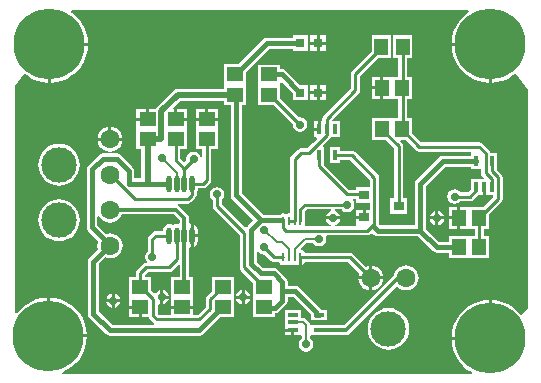
<source format=gtl>
G04*
G04 #@! TF.GenerationSoftware,Altium Limited,Altium Designer,19.1.8 (144)*
G04*
G04 Layer_Physical_Order=1*
G04 Layer_Color=255*
%FSLAX25Y25*%
%MOIN*%
G70*
G01*
G75*
%ADD12C,0.00787*%
%ADD13C,0.01000*%
%ADD16R,0.03347X0.01378*%
%ADD17R,0.04724X0.05315*%
%ADD18R,0.01378X0.03347*%
%ADD19R,0.05512X0.04724*%
%ADD20R,0.01575X0.03347*%
%ADD21R,0.05315X0.04724*%
%ADD22O,0.01772X0.05709*%
%ADD23R,0.05315X0.04528*%
%ADD24R,0.03150X0.03150*%
%ADD25R,0.04528X0.05512*%
%ADD26R,0.04724X0.05512*%
%ADD27R,0.03543X0.03150*%
%ADD28O,0.00984X0.02953*%
%ADD46C,0.01181*%
%ADD47C,0.01575*%
%ADD48C,0.01968*%
%ADD49C,0.06299*%
%ADD50C,0.11811*%
%ADD51C,0.02756*%
%ADD52C,0.23622*%
G36*
X164246Y124424D02*
X164500Y124107D01*
X164405Y123575D01*
X164100Y123389D01*
X162567Y122079D01*
X161257Y120545D01*
X160204Y118826D01*
X159432Y116963D01*
X158961Y115002D01*
X158842Y113492D01*
X171653D01*
Y112992D01*
X172153D01*
Y100181D01*
X173664Y100300D01*
X175625Y100770D01*
X177488Y101542D01*
X179207Y102596D01*
X179858Y103152D01*
X180355Y103096D01*
X184252Y97890D01*
Y25110D01*
X182467Y22725D01*
X181855Y22742D01*
X180740Y24047D01*
X179207Y25357D01*
X177488Y26411D01*
X175625Y27182D01*
X173664Y27653D01*
X172153Y27772D01*
Y14961D01*
X171653D01*
Y14461D01*
X158842D01*
X158961Y12950D01*
X159432Y10990D01*
X160204Y9127D01*
X161257Y7407D01*
X162567Y5874D01*
X164100Y4564D01*
X165639Y3621D01*
X165498Y3121D01*
X29066D01*
X28993Y3239D01*
X29191Y3862D01*
X30244Y4298D01*
X31963Y5352D01*
X33496Y6661D01*
X34806Y8195D01*
X35859Y9914D01*
X36631Y11777D01*
X37102Y13738D01*
X37221Y15248D01*
X24409D01*
Y15748D01*
X23910D01*
Y28559D01*
X22399Y28440D01*
X20438Y27970D01*
X18575Y27198D01*
X16856Y26144D01*
X15323Y24835D01*
X14157Y23470D01*
X13609Y23468D01*
X13386Y23715D01*
X13386Y99213D01*
X16219Y102997D01*
X16716Y103052D01*
X17250Y102596D01*
X18969Y101542D01*
X20832Y100770D01*
X22793Y100300D01*
X24303Y100181D01*
Y112992D01*
X24803D01*
Y113492D01*
X37614D01*
X37496Y115002D01*
X37025Y116963D01*
X36253Y118826D01*
X35199Y120545D01*
X33890Y122079D01*
X32357Y123389D01*
X32075Y123561D01*
X31987Y124043D01*
X32289Y124424D01*
X164246Y124424D01*
D02*
G37*
%LPC*%
G36*
X111039Y115961D02*
X105890D01*
Y115208D01*
X97244D01*
X97244Y115208D01*
X96547Y115069D01*
X95955Y114674D01*
X95955Y114674D01*
X87596Y106315D01*
X82957D01*
Y99925D01*
X82957Y99787D01*
Y99425D01*
X82957Y99287D01*
Y98086D01*
X67475D01*
X66701Y97932D01*
X66044Y97494D01*
X60676Y92125D01*
X60237Y91469D01*
X60214Y91354D01*
X57980D01*
Y87992D01*
X57480D01*
Y87492D01*
X53724D01*
Y84630D01*
Y77937D01*
X55457D01*
Y68358D01*
X53004D01*
Y70866D01*
X52865Y71564D01*
X52470Y72155D01*
X52470Y72155D01*
X48533Y76092D01*
X47941Y76487D01*
X47244Y76626D01*
X47244Y76626D01*
X45082D01*
X45049Y77126D01*
X45347Y77165D01*
X46044Y77257D01*
X47053Y77675D01*
X47920Y78340D01*
X48585Y79207D01*
X49003Y80216D01*
X49080Y80799D01*
X44961D01*
X40841D01*
X40918Y80216D01*
X41336Y79207D01*
X42001Y78340D01*
X42868Y77675D01*
X43877Y77257D01*
X44575Y77165D01*
X44872Y77126D01*
X44839Y76626D01*
X42520D01*
X41822Y76487D01*
X41231Y76092D01*
X41231Y76092D01*
X37688Y72549D01*
X37293Y71957D01*
X37154Y71260D01*
X37154Y71260D01*
Y51969D01*
X37154Y51968D01*
X37293Y51271D01*
X37688Y50680D01*
X41064Y47303D01*
X40918Y46949D01*
X40775Y45866D01*
X40918Y44783D01*
X40949Y44708D01*
X38081Y41840D01*
X37686Y41249D01*
X37548Y40551D01*
X37548Y40551D01*
Y23228D01*
X37548Y23228D01*
X37686Y22531D01*
X38081Y21940D01*
X43593Y16428D01*
X43593Y16428D01*
X44184Y16033D01*
X44882Y15894D01*
X74803D01*
X74803Y15894D01*
X75501Y16033D01*
X76092Y16428D01*
X81695Y22031D01*
X86335D01*
Y28725D01*
Y35449D01*
X79020D01*
Y30789D01*
X77265Y29034D01*
X76933Y28538D01*
X76817Y27953D01*
Y25437D01*
X74170Y22789D01*
X72555D01*
Y24894D01*
X68898D01*
X65240D01*
Y22789D01*
X61263D01*
X60978Y23074D01*
Y26144D01*
X61478Y26460D01*
X61705Y26415D01*
Y28740D01*
Y31065D01*
X61277Y30980D01*
X60490Y30455D01*
X60221Y30051D01*
X59577Y29987D01*
X58776Y30789D01*
Y35449D01*
X56648D01*
Y35981D01*
X57720Y37053D01*
X64567D01*
X65152Y37170D01*
X65648Y37501D01*
X67700Y39553D01*
X68162Y39361D01*
Y35449D01*
X65240D01*
Y28725D01*
Y25894D01*
X68898D01*
X72555D01*
Y28725D01*
Y35449D01*
X71405D01*
Y45047D01*
X71843Y45363D01*
Y49213D01*
Y53062D01*
X71405Y53378D01*
Y55020D01*
X71282Y55640D01*
X70930Y56166D01*
X68076Y59021D01*
X67550Y59372D01*
X67471Y59388D01*
X67520Y59888D01*
X70866D01*
X71451Y60004D01*
X71948Y60336D01*
X73424Y61812D01*
X73756Y62309D01*
X73872Y62894D01*
Y63462D01*
X74119Y63831D01*
X74265Y64567D01*
Y65006D01*
X75984D01*
X76570Y65122D01*
X77066Y65454D01*
X78247Y66635D01*
X78578Y67131D01*
X78695Y67716D01*
Y77937D01*
X80823D01*
Y84630D01*
Y87492D01*
X73508D01*
Y84630D01*
Y77937D01*
X75636D01*
Y75472D01*
X75136Y75423D01*
X75075Y75731D01*
X74549Y76518D01*
X73763Y77043D01*
X72835Y77228D01*
X71907Y77043D01*
X71120Y76518D01*
X70595Y75731D01*
X70410Y74803D01*
X70486Y74421D01*
X69783Y73718D01*
X68458Y75043D01*
Y77937D01*
X70587D01*
Y84630D01*
Y87492D01*
X66929D01*
Y87992D01*
X66429D01*
Y91354D01*
X66281D01*
X66089Y91816D01*
X68313Y94040D01*
X82957D01*
Y92898D01*
X85185D01*
Y62599D01*
X85185Y62598D01*
X85324Y61901D01*
X85719Y61310D01*
X92698Y54331D01*
X90837Y52470D01*
X90568Y52066D01*
X89984Y51943D01*
X82238Y59689D01*
Y61154D01*
X82423Y61278D01*
X82949Y62064D01*
X83133Y62992D01*
X82949Y63920D01*
X82423Y64706D01*
X81637Y65232D01*
X80709Y65417D01*
X79781Y65232D01*
X78994Y64706D01*
X78469Y63920D01*
X78284Y62992D01*
X78469Y62064D01*
X78994Y61278D01*
X79179Y61154D01*
Y59055D01*
X79296Y58470D01*
X79627Y57974D01*
X88234Y49367D01*
Y38583D01*
X88351Y37997D01*
X88682Y37501D01*
X92799Y33384D01*
Y28724D01*
Y22031D01*
X100114D01*
Y23397D01*
X100697Y23513D01*
X101289Y23908D01*
X103651Y26270D01*
X103651Y26270D01*
X104046Y26862D01*
X104185Y27559D01*
X104185Y27559D01*
Y28886D01*
X105938D01*
X111859Y22966D01*
Y22933D01*
X111859Y22933D01*
X111894Y22757D01*
Y21146D01*
X113109D01*
X113779Y21012D01*
X113780Y21012D01*
X114567D01*
X115238Y21146D01*
X117240D01*
Y24524D01*
X115294D01*
X114970Y25009D01*
X114970Y25009D01*
X107982Y31997D01*
X107390Y32392D01*
X106693Y32531D01*
X106693Y32531D01*
X104185D01*
Y33858D01*
X104185Y33858D01*
X104046Y34556D01*
X103651Y35147D01*
X103651Y35147D01*
X100895Y37903D01*
X100304Y38298D01*
X99606Y38437D01*
X99606Y38437D01*
X96030D01*
X93948Y40519D01*
Y43849D01*
X94448Y44001D01*
X94742Y43561D01*
X95529Y43036D01*
X96457Y42851D01*
X96675Y42895D01*
X98722Y40848D01*
X99218Y40516D01*
X99803Y40400D01*
X101146D01*
X101154Y40363D01*
X101483Y39869D01*
X101977Y39539D01*
X102559Y39423D01*
X103141Y39539D01*
X103543Y39808D01*
X103945Y39539D01*
X104527Y39423D01*
X105110Y39539D01*
X105512Y39808D01*
X105914Y39539D01*
X106496Y39423D01*
X107078Y39539D01*
X107480Y39808D01*
X107882Y39539D01*
X107965Y39523D01*
Y40678D01*
X108018Y40945D01*
Y41929D01*
X108965D01*
Y39523D01*
X109047Y39539D01*
X109540Y39869D01*
X109870Y40363D01*
X109877Y40400D01*
X124366D01*
X128057Y36709D01*
X127847Y36201D01*
X127770Y35618D01*
X131390D01*
Y39238D01*
X130807Y39161D01*
X130187Y38905D01*
X126082Y43011D01*
X125585Y43342D01*
X125000Y43459D01*
X109877D01*
X109870Y43496D01*
X109540Y43989D01*
X109047Y44319D01*
X108880Y44352D01*
X108715Y44895D01*
X110431Y46611D01*
X112656D01*
X112853Y46317D01*
X113639Y45792D01*
X114567Y45607D01*
X115495Y45792D01*
X116281Y46317D01*
X116807Y47104D01*
X116991Y48031D01*
X116847Y48758D01*
X117163Y49258D01*
X130709D01*
X131294Y49374D01*
X131790Y49706D01*
X132273Y50189D01*
X132963Y49499D01*
X132963Y49499D01*
X133555Y49104D01*
X134252Y48965D01*
X147670D01*
X152648Y43987D01*
X152648Y43987D01*
X153240Y43592D01*
X153937Y43453D01*
X153937Y43453D01*
X157858D01*
Y41618D01*
X171276D01*
Y48933D01*
X169640D01*
Y51461D01*
X171276D01*
Y56121D01*
X175400Y60245D01*
X175732Y60742D01*
X175848Y61327D01*
Y68594D01*
X175732Y69180D01*
X175400Y69676D01*
X174105Y70971D01*
X174031Y71441D01*
X174031D01*
Y76787D01*
X171677D01*
X171582Y77266D01*
X171251Y77763D01*
X169192Y79822D01*
X168695Y80153D01*
X168110Y80270D01*
X148665D01*
X145685Y83249D01*
Y88303D01*
X144049D01*
Y94669D01*
X145685D01*
Y102181D01*
X144049D01*
Y108449D01*
X145783D01*
Y115961D01*
X139256D01*
Y108449D01*
X140990D01*
Y102181D01*
X136130D01*
Y98425D01*
Y94669D01*
X140990D01*
Y88303D01*
X132268D01*
Y80988D01*
X136928D01*
X139612Y78303D01*
Y61630D01*
X138370D01*
Y56480D01*
X143913D01*
Y61630D01*
X142671D01*
Y78937D01*
X142555Y79522D01*
X142223Y80018D01*
X141715Y80526D01*
X141907Y80988D01*
X143621D01*
X146950Y77659D01*
X147446Y77327D01*
X148031Y77211D01*
X165154D01*
X165339Y76787D01*
X165339D01*
Y75838D01*
X155906D01*
X155905Y75838D01*
X155208Y75700D01*
X154617Y75304D01*
X154617Y75304D01*
X147137Y67824D01*
X146741Y67233D01*
X146603Y66535D01*
X146603Y66535D01*
Y52610D01*
X135007D01*
X134578Y53039D01*
X134600Y53150D01*
Y68504D01*
X134484Y69089D01*
X134152Y69585D01*
X126672Y77066D01*
X126176Y77397D01*
X125591Y77514D01*
X121571D01*
Y78658D01*
X118193D01*
Y76172D01*
X118156Y75984D01*
X118193Y75797D01*
Y73311D01*
X121571D01*
Y74455D01*
X124957D01*
X131542Y67870D01*
Y65370D01*
X126953D01*
Y64521D01*
X124649D01*
X116360Y72811D01*
X116453Y73311D01*
X116453D01*
Y78658D01*
X116119D01*
X115928Y79119D01*
X118404Y81596D01*
X118656Y81972D01*
X121571D01*
Y87319D01*
X119323D01*
X119116Y87819D01*
X127853Y96556D01*
X128185Y97053D01*
X128301Y97638D01*
Y102516D01*
X134234Y108449D01*
X138697D01*
Y115961D01*
X132169D01*
Y110710D01*
X125690Y104231D01*
X125359Y103735D01*
X125242Y103150D01*
Y98271D01*
X116241Y89270D01*
X115910Y88774D01*
X115793Y88189D01*
Y87319D01*
X115264D01*
Y84646D01*
X114764D01*
Y84146D01*
X113075D01*
Y81972D01*
X113802D01*
X113993Y81511D01*
X112608Y80125D01*
X112460Y80026D01*
X110784Y78350D01*
X108710D01*
X108125Y78234D01*
X107629Y77902D01*
X105415Y75688D01*
X105083Y75192D01*
X104967Y74606D01*
Y56946D01*
X104580Y56629D01*
X104527Y56639D01*
X103945Y56524D01*
X103543Y56255D01*
X103141Y56524D01*
X102559Y56639D01*
X101977Y56524D01*
X101483Y56194D01*
X101456Y56153D01*
X96030D01*
X88830Y63353D01*
Y92898D01*
X90272D01*
Y99287D01*
X90272Y99425D01*
Y99787D01*
X90272Y99925D01*
Y103836D01*
X97999Y111563D01*
X105890D01*
Y110811D01*
X111039D01*
Y115961D01*
D02*
G37*
G36*
X116945D02*
X114870D01*
Y113886D01*
X116945D01*
Y115961D01*
D02*
G37*
G36*
X113870D02*
X111795D01*
Y113886D01*
X113870D01*
Y115961D01*
D02*
G37*
G36*
X116945Y112886D02*
X114870D01*
Y110811D01*
X116945D01*
Y112886D01*
D02*
G37*
G36*
X113870D02*
X111795D01*
Y110811D01*
X113870D01*
Y112886D01*
D02*
G37*
G36*
X171153Y112492D02*
X158842D01*
X158961Y110982D01*
X159432Y109021D01*
X160204Y107158D01*
X161257Y105439D01*
X162567Y103905D01*
X164100Y102596D01*
X165820Y101542D01*
X167683Y100770D01*
X169643Y100300D01*
X171153Y100181D01*
Y112492D01*
D02*
G37*
G36*
X37614D02*
X25303D01*
Y100181D01*
X26813Y100300D01*
X28774Y100770D01*
X30637Y101542D01*
X32357Y102596D01*
X33890Y103905D01*
X35199Y105439D01*
X36253Y107158D01*
X37025Y109021D01*
X37496Y110982D01*
X37614Y112492D01*
D02*
G37*
G36*
X135130Y102181D02*
X132268D01*
Y98925D01*
X135130D01*
Y102181D01*
D02*
G37*
G36*
X116945Y99425D02*
X114870D01*
Y97350D01*
X116945D01*
Y99425D01*
D02*
G37*
G36*
X113870D02*
X111795D01*
Y97350D01*
X113870D01*
Y99425D01*
D02*
G37*
G36*
X135130Y97925D02*
X132268D01*
Y94669D01*
X135130D01*
Y97925D01*
D02*
G37*
G36*
X116945Y96350D02*
X114870D01*
Y94276D01*
X116945D01*
Y96350D01*
D02*
G37*
G36*
X113870D02*
X111795D01*
Y94276D01*
X113870D01*
Y96350D01*
D02*
G37*
G36*
X101689Y106217D02*
X94374D01*
Y99827D01*
X94374Y99689D01*
Y99327D01*
X94374Y99189D01*
Y92799D01*
X99526D01*
X105887Y86439D01*
X105843Y86221D01*
X106028Y85293D01*
X106553Y84506D01*
X107340Y83981D01*
X108268Y83796D01*
X109196Y83981D01*
X109982Y84506D01*
X110508Y85293D01*
X110692Y86221D01*
X110508Y87148D01*
X109982Y87935D01*
X109196Y88460D01*
X108268Y88645D01*
X108049Y88602D01*
X101689Y94962D01*
Y99189D01*
X101689Y99327D01*
Y99689D01*
X101689Y99827D01*
Y100198D01*
X102151Y100390D01*
X105890Y96651D01*
Y94276D01*
X111039D01*
Y99425D01*
X108270D01*
X103454Y104241D01*
X102863Y104636D01*
X102165Y104775D01*
X102165Y104775D01*
X101689D01*
Y106217D01*
D02*
G37*
G36*
X80823Y91354D02*
X77665D01*
Y88492D01*
X80823D01*
Y91354D01*
D02*
G37*
G36*
X76665D02*
X73508D01*
Y88492D01*
X76665D01*
Y91354D01*
D02*
G37*
G36*
X70587D02*
X67429D01*
Y88492D01*
X70587D01*
Y91354D01*
D02*
G37*
G36*
X56980D02*
X53724D01*
Y88492D01*
X56980D01*
Y91354D01*
D02*
G37*
G36*
X114264Y87319D02*
X113075D01*
Y85146D01*
X114264D01*
Y87319D01*
D02*
G37*
G36*
X45461Y85419D02*
Y81799D01*
X49080D01*
X49003Y82383D01*
X48585Y83392D01*
X47920Y84259D01*
X47053Y84924D01*
X46044Y85342D01*
X45461Y85419D01*
D02*
G37*
G36*
X44461D02*
X43877Y85342D01*
X42868Y84924D01*
X42001Y84259D01*
X41336Y83392D01*
X40918Y82383D01*
X40841Y81799D01*
X44461D01*
Y85419D01*
D02*
G37*
G36*
X27953Y79774D02*
X26599Y79640D01*
X25297Y79246D01*
X24098Y78604D01*
X23046Y77741D01*
X22183Y76690D01*
X21542Y75490D01*
X21147Y74189D01*
X21014Y72835D01*
X21147Y71481D01*
X21542Y70179D01*
X22183Y68980D01*
X23046Y67928D01*
X24098Y67065D01*
X25297Y66424D01*
X26599Y66029D01*
X27953Y65896D01*
X29307Y66029D01*
X30608Y66424D01*
X31808Y67065D01*
X32859Y67928D01*
X33722Y68980D01*
X34363Y70179D01*
X34758Y71481D01*
X34892Y72835D01*
X34758Y74189D01*
X34363Y75490D01*
X33722Y76690D01*
X32859Y77741D01*
X31808Y78604D01*
X30608Y79246D01*
X29307Y79640D01*
X27953Y79774D01*
D02*
G37*
G36*
X72843Y53004D02*
Y49712D01*
X74265D01*
Y51181D01*
X74119Y51917D01*
X73702Y52541D01*
X73078Y52957D01*
X72843Y53004D01*
D02*
G37*
G36*
X27953Y61270D02*
X26599Y61136D01*
X25297Y60742D01*
X24098Y60100D01*
X23046Y59237D01*
X22183Y58186D01*
X21542Y56986D01*
X21147Y55685D01*
X21014Y54331D01*
X21147Y52977D01*
X21542Y51675D01*
X22183Y50476D01*
X23046Y49424D01*
X24098Y48561D01*
X25297Y47920D01*
X26599Y47525D01*
X27953Y47392D01*
X29307Y47525D01*
X30608Y47920D01*
X31808Y48561D01*
X32859Y49424D01*
X33722Y50476D01*
X34363Y51675D01*
X34758Y52977D01*
X34892Y54331D01*
X34758Y55685D01*
X34363Y56986D01*
X33722Y58186D01*
X32859Y59237D01*
X31808Y60100D01*
X30608Y60742D01*
X29307Y61136D01*
X27953Y61270D01*
D02*
G37*
G36*
X74265Y48713D02*
X72843D01*
Y45421D01*
X73078Y45468D01*
X73702Y45884D01*
X74119Y46508D01*
X74265Y47244D01*
Y48713D01*
D02*
G37*
G36*
X132390Y39238D02*
Y35618D01*
X136009D01*
X135933Y36201D01*
X135514Y37211D01*
X134849Y38078D01*
X133983Y38743D01*
X132973Y39161D01*
X132390Y39238D01*
D02*
G37*
G36*
X136009Y34618D02*
X132390D01*
Y30999D01*
X132973Y31075D01*
X133983Y31493D01*
X134849Y32159D01*
X135514Y33026D01*
X135933Y34035D01*
X136009Y34618D01*
D02*
G37*
G36*
X131390D02*
X127770D01*
X127847Y34035D01*
X128265Y33026D01*
X128930Y32159D01*
X129797Y31493D01*
X130807Y31075D01*
X131390Y30999D01*
Y34618D01*
D02*
G37*
G36*
X143701Y39304D02*
X142618Y39161D01*
X141608Y38743D01*
X140741Y38078D01*
X140076Y37211D01*
X139658Y36201D01*
X139635Y36022D01*
X122950Y19338D01*
X117240D01*
Y19406D01*
X112144D01*
X111894Y19406D01*
X111562Y19768D01*
X111549Y19835D01*
X111241Y20296D01*
X110257Y21280D01*
X109796Y21588D01*
X109252Y21697D01*
X108579D01*
Y24524D01*
X103232D01*
Y21146D01*
Y18587D01*
Y18216D01*
X105905D01*
Y17717D01*
X106405D01*
Y16028D01*
X108579D01*
X108815Y15626D01*
Y14903D01*
X108522Y14706D01*
X107996Y13920D01*
X107812Y12992D01*
X107996Y12064D01*
X108522Y11278D01*
X109308Y10752D01*
X110236Y10568D01*
X111164Y10752D01*
X111951Y11278D01*
X112476Y12064D01*
X112661Y12992D01*
X112476Y13920D01*
X111951Y14706D01*
X111657Y14903D01*
Y15626D01*
X111894Y16028D01*
X112157Y16028D01*
X117240D01*
Y16095D01*
X123622D01*
X124243Y16218D01*
X124769Y16570D01*
X140381Y32182D01*
X140741Y32159D01*
X141608Y31493D01*
X142618Y31075D01*
X143701Y30933D01*
X144784Y31075D01*
X145794Y31493D01*
X146660Y32159D01*
X147326Y33026D01*
X147744Y34035D01*
X147886Y35118D01*
X147744Y36201D01*
X147326Y37211D01*
X146660Y38078D01*
X145794Y38743D01*
X144784Y39161D01*
X143701Y39304D01*
D02*
G37*
G36*
X89870Y31065D02*
Y29240D01*
X91695D01*
X91610Y29668D01*
X91084Y30455D01*
X90298Y30980D01*
X89870Y31065D01*
D02*
G37*
G36*
X88870D02*
X88442Y30980D01*
X87656Y30455D01*
X87130Y29668D01*
X87045Y29240D01*
X88870D01*
Y31065D01*
D02*
G37*
G36*
X62705D02*
Y29240D01*
X64530D01*
X64445Y29668D01*
X63919Y30455D01*
X63133Y30980D01*
X62705Y31065D01*
D02*
G37*
G36*
X91695Y28240D02*
X89870D01*
Y26415D01*
X90298Y26500D01*
X91084Y27026D01*
X91610Y27812D01*
X91695Y28240D01*
D02*
G37*
G36*
X88870D02*
X87045D01*
X87130Y27812D01*
X87656Y27026D01*
X88442Y26500D01*
X88870Y26415D01*
Y28240D01*
D02*
G37*
G36*
X64530D02*
X62705D01*
Y26415D01*
X63133Y26500D01*
X63919Y27026D01*
X64445Y27812D01*
X64530Y28240D01*
D02*
G37*
G36*
X24909Y28559D02*
Y16248D01*
X37221D01*
X37102Y17758D01*
X36631Y19719D01*
X35859Y21582D01*
X34806Y23301D01*
X33496Y24835D01*
X31963Y26144D01*
X30244Y27198D01*
X28381Y27970D01*
X26420Y28440D01*
X24909Y28559D01*
D02*
G37*
G36*
X105405Y17217D02*
X103232D01*
Y16028D01*
X105405D01*
Y17217D01*
D02*
G37*
G36*
X171153Y27772D02*
X169643Y27653D01*
X167683Y27182D01*
X165820Y26411D01*
X164100Y25357D01*
X162567Y24047D01*
X161257Y22514D01*
X160204Y20795D01*
X159432Y18932D01*
X158961Y16971D01*
X158842Y15461D01*
X171153D01*
Y27772D01*
D02*
G37*
G36*
X137795Y25049D02*
X136442Y24916D01*
X135140Y24521D01*
X133940Y23880D01*
X132889Y23017D01*
X132026Y21965D01*
X131385Y20766D01*
X130990Y19464D01*
X130856Y18110D01*
X130990Y16757D01*
X131385Y15455D01*
X132026Y14255D01*
X132889Y13204D01*
X133940Y12341D01*
X135140Y11700D01*
X136442Y11305D01*
X137795Y11171D01*
X139149Y11305D01*
X140451Y11700D01*
X141650Y12341D01*
X142702Y13204D01*
X143565Y14255D01*
X144206Y15455D01*
X144601Y16757D01*
X144734Y18110D01*
X144601Y19464D01*
X144206Y20766D01*
X143565Y21965D01*
X142702Y23017D01*
X141650Y23880D01*
X140451Y24521D01*
X139149Y24916D01*
X137795Y25049D01*
D02*
G37*
%LPD*%
G36*
X126953Y60220D02*
X131542D01*
Y57890D01*
X130224D01*
Y55315D01*
X129724D01*
Y54815D01*
X126953D01*
Y52740D01*
X126953D01*
X126768Y52317D01*
X119960D01*
X119911Y52817D01*
X120219Y52878D01*
X121006Y53404D01*
X121531Y54190D01*
X121616Y54618D01*
X116966D01*
X117051Y54190D01*
X117577Y53404D01*
X118363Y52878D01*
X118672Y52817D01*
X118623Y52317D01*
X110258D01*
X109920Y52817D01*
X109986Y53150D01*
Y54093D01*
X109994Y54134D01*
Y57437D01*
X110476Y57919D01*
X118623D01*
X118672Y57419D01*
X118363Y57358D01*
X117577Y56832D01*
X117051Y56046D01*
X116966Y55618D01*
X121616D01*
X121531Y56046D01*
X121006Y56832D01*
X120219Y57358D01*
X119911Y57419D01*
X119960Y57919D01*
X122178D01*
X122301Y57734D01*
X123088Y57209D01*
X124016Y57024D01*
X124944Y57209D01*
X125730Y57734D01*
X126256Y58521D01*
X126440Y59449D01*
X126256Y60377D01*
X125864Y60963D01*
X126113Y61463D01*
X126953D01*
Y60220D01*
D02*
G37*
G36*
X68162Y54348D02*
Y53378D01*
X67662Y53017D01*
X67224Y53104D01*
X66489Y52957D01*
X65945Y52594D01*
X65401Y52957D01*
X64665Y53104D01*
X63930Y52957D01*
X63306Y52541D01*
X62889Y51917D01*
X62743Y51181D01*
Y50742D01*
X60236D01*
X59651Y50626D01*
X59155Y50294D01*
X57974Y49113D01*
X57642Y48617D01*
X57526Y48031D01*
Y43964D01*
X57341Y43840D01*
X56815Y43054D01*
X56631Y42126D01*
X56815Y41198D01*
X57207Y40612D01*
X57151Y40382D01*
X56987Y40092D01*
X56501Y39996D01*
X56005Y39664D01*
X54037Y37696D01*
X53705Y37200D01*
X53589Y36614D01*
Y35449D01*
X51461D01*
Y28725D01*
Y25894D01*
X55118D01*
Y25394D01*
X55618D01*
Y22031D01*
X58001D01*
X58036Y21856D01*
X58367Y21360D01*
X59548Y20178D01*
X59757Y20039D01*
X59605Y19539D01*
X45637D01*
X41192Y23983D01*
Y39796D01*
X43412Y42016D01*
X43877Y41823D01*
X44961Y41681D01*
X46044Y41823D01*
X47053Y42242D01*
X47920Y42907D01*
X48585Y43773D01*
X49003Y44783D01*
X49146Y45866D01*
X49003Y46949D01*
X48585Y47959D01*
X47920Y48826D01*
X47053Y49491D01*
X46044Y49909D01*
X44961Y50052D01*
X43877Y49909D01*
X43690Y49832D01*
X40799Y52723D01*
Y55575D01*
X41299Y55674D01*
X41336Y55585D01*
X42001Y54718D01*
X42868Y54053D01*
X43877Y53635D01*
X44961Y53492D01*
X46044Y53635D01*
X47053Y54053D01*
X47920Y54718D01*
X48585Y55585D01*
X48862Y56252D01*
X66257D01*
X68162Y54348D01*
D02*
G37*
G36*
X165339Y71441D02*
X168640D01*
Y69988D01*
X168756Y69403D01*
X169088Y68907D01*
X169604Y68391D01*
X169412Y67929D01*
X165339D01*
Y64746D01*
X164327Y63734D01*
X161681D01*
X161557Y63919D01*
X160770Y64445D01*
X159843Y64629D01*
X158915Y64445D01*
X158128Y63919D01*
X157603Y63133D01*
X157418Y62205D01*
X157603Y61277D01*
X158128Y60490D01*
X158915Y59965D01*
X159843Y59780D01*
X160770Y59965D01*
X161557Y60490D01*
X161680Y60675D01*
X164961D01*
X165546Y60792D01*
X166042Y61123D01*
X167501Y62583D01*
X169185D01*
Y65256D01*
X170185D01*
Y62583D01*
X172790D01*
Y61960D01*
X169605Y58776D01*
X161721D01*
Y55118D01*
Y51461D01*
X166581D01*
Y48933D01*
X157858D01*
Y47098D01*
X154692D01*
X150248Y51542D01*
Y65781D01*
X156660Y72193D01*
X165339D01*
Y71441D01*
D02*
G37*
%LPC*%
G36*
X129224Y57890D02*
X126953D01*
Y55815D01*
X129224D01*
Y57890D01*
D02*
G37*
G36*
X46563Y29884D02*
Y28059D01*
X48388D01*
X48303Y28487D01*
X47777Y29274D01*
X46991Y29799D01*
X46563Y29884D01*
D02*
G37*
G36*
X45563D02*
X45135Y29799D01*
X44349Y29274D01*
X43823Y28487D01*
X43738Y28059D01*
X45563D01*
Y29884D01*
D02*
G37*
G36*
X48388Y27059D02*
X46563D01*
Y25234D01*
X46991Y25319D01*
X47777Y25845D01*
X48303Y26631D01*
X48388Y27059D01*
D02*
G37*
G36*
X45563D02*
X43738D01*
X43823Y26631D01*
X44349Y25845D01*
X45135Y25319D01*
X45563Y25234D01*
Y27059D01*
D02*
G37*
G36*
X54618Y24894D02*
X51461D01*
Y22031D01*
X54618D01*
Y24894D01*
D02*
G37*
G36*
X160721Y58776D02*
X157858D01*
Y55618D01*
X160721D01*
Y58776D01*
D02*
G37*
G36*
X154437Y57443D02*
Y55618D01*
X156262D01*
X156177Y56046D01*
X155651Y56832D01*
X154865Y57358D01*
X154437Y57443D01*
D02*
G37*
G36*
X153437D02*
X153009Y57358D01*
X152223Y56832D01*
X151697Y56046D01*
X151612Y55618D01*
X153437D01*
Y57443D01*
D02*
G37*
G36*
X156262Y54618D02*
X154437D01*
Y52793D01*
X154865Y52878D01*
X155651Y53404D01*
X156177Y54190D01*
X156262Y54618D01*
D02*
G37*
G36*
X153437D02*
X151612D01*
X151697Y54190D01*
X152223Y53404D01*
X153009Y52878D01*
X153437Y52793D01*
Y54618D01*
D02*
G37*
G36*
X160721Y54618D02*
X157858D01*
Y51461D01*
X160721D01*
Y54618D01*
D02*
G37*
%LPD*%
D12*
X110236Y12992D02*
Y19291D01*
X109252Y20276D02*
X110236Y19291D01*
X105905Y20276D02*
X109252D01*
X109843Y48031D02*
X114567D01*
X106496Y44685D02*
X109843Y48031D01*
X106496Y41929D02*
Y44685D01*
X96457Y51181D02*
X100681Y46957D01*
X102271D01*
X62205Y75197D02*
X67224Y70177D01*
Y66536D02*
Y70177D01*
X102271Y46957D02*
X104527Y44700D01*
Y41929D02*
Y44700D01*
D13*
X108465Y41929D02*
X125000D01*
X130709Y50787D02*
X133071Y53150D01*
X117323Y84646D02*
Y88189D01*
X126772Y97638D01*
X108710Y76821D02*
X111417D01*
X106496Y74606D02*
X108710Y76821D01*
X106496Y54134D02*
Y74606D01*
X119882Y75984D02*
X125591D01*
X119685D02*
X119882D01*
X114567Y73327D02*
Y75984D01*
X124016Y62992D02*
X129921D01*
X114567Y72441D02*
Y73327D01*
X111417Y76821D02*
X113542Y78945D01*
X113591D01*
X117323Y82677D02*
Y84646D01*
X113591Y78945D02*
X117323Y82677D01*
X114567Y72441D02*
X124016Y62992D01*
X170169Y69988D02*
Y76681D01*
X172244Y70669D02*
X174319Y68594D01*
X172244Y70669D02*
Y74114D01*
X168110Y78740D02*
X170169Y76681D01*
X164961Y62205D02*
X167126Y64370D01*
X174319Y61327D02*
Y68594D01*
X172244Y65256D02*
Y67913D01*
X170169Y69988D02*
X172244Y67913D01*
X148031Y78740D02*
X168110D01*
X125591Y75984D02*
X133071Y68504D01*
Y53150D02*
Y68504D01*
X103543Y50787D02*
X130709D01*
X102559Y51772D02*
X103543Y50787D01*
X102559Y51772D02*
Y54134D01*
X108465D02*
Y58071D01*
X109843Y59449D01*
X80709Y59055D02*
X89764Y50000D01*
Y38583D02*
Y50000D01*
X96457Y45276D02*
X99803Y41929D01*
X142520Y84252D02*
Y112598D01*
X168110Y45276D02*
Y55118D01*
X174319Y61327D01*
X142520Y84252D02*
X148031Y78740D01*
X126772Y103150D02*
X135433Y111811D01*
X126772Y97638D02*
Y103150D01*
X60630Y21260D02*
X74803D01*
X59449Y22441D02*
X60630Y21260D01*
X74803D02*
X78347Y24803D01*
X55118Y32283D02*
X59449Y27953D01*
X67323Y41339D02*
Y49213D01*
X109843Y59449D02*
X124016D01*
X141142Y59055D02*
Y78937D01*
X135433Y84646D02*
X141142Y78937D01*
X125000Y41929D02*
X131890Y35039D01*
X69783Y71555D02*
X72835Y74606D01*
X44882Y69685D02*
X53150Y61417D01*
X77165Y67716D02*
Y81102D01*
X75984Y66536D02*
X77165Y67716D01*
X72343Y66536D02*
X75984D01*
X66929Y74410D02*
X69783Y71555D01*
X66929Y74410D02*
Y81102D01*
X80709Y59055D02*
Y62992D01*
X69783Y66536D02*
Y71555D01*
X70866Y61417D02*
X72343Y62894D01*
Y66536D01*
X53150Y61417D02*
X70866D01*
X78347Y27953D02*
X82480Y32087D01*
X78347Y24803D02*
Y27953D01*
X59449Y22441D02*
Y27953D01*
X82480Y32087D02*
X82677D01*
X55118Y32283D02*
Y36614D01*
Y32087D02*
Y32283D01*
X55118Y32283D02*
X55118Y32283D01*
X64567Y38583D02*
X67323Y41339D01*
X57087Y38583D02*
X64567D01*
X55118Y36614D02*
X57087Y38583D01*
X64665Y49213D02*
X64665Y49213D01*
X60236Y49213D02*
X64665D01*
X59055Y48031D02*
X60236Y49213D01*
X59055Y42126D02*
Y48031D01*
X99803Y41929D02*
X102559D01*
X89764Y38583D02*
X96260Y32087D01*
X167126Y64370D02*
Y65256D01*
X159843Y62205D02*
X164961D01*
X98425Y96063D02*
X108268Y86221D01*
X104606Y54134D02*
X106417D01*
X135433Y111811D02*
Y112205D01*
X135630Y98425D02*
X136024D01*
D16*
X114567Y22835D02*
D03*
Y17717D02*
D03*
X105905D02*
D03*
Y20276D02*
D03*
Y22835D02*
D03*
D17*
X161221Y45276D02*
D03*
X167913D02*
D03*
X167913Y55118D02*
D03*
X161221D02*
D03*
X142323Y84646D02*
D03*
X135630D02*
D03*
D18*
X119882Y75984D02*
D03*
X114764D02*
D03*
Y84646D02*
D03*
X117323D02*
D03*
X119882D02*
D03*
D19*
X57480Y87992D02*
D03*
Y81299D02*
D03*
D20*
X167126Y74114D02*
D03*
X172244D02*
D03*
Y65256D02*
D03*
X169685D02*
D03*
X167126D02*
D03*
D21*
X77165Y87992D02*
D03*
Y81299D02*
D03*
X66929Y87992D02*
D03*
Y81299D02*
D03*
X96457Y25394D02*
D03*
Y32087D02*
D03*
X68898Y32087D02*
D03*
Y25394D02*
D03*
X55118Y32087D02*
D03*
Y25394D02*
D03*
X82677D02*
D03*
Y32087D02*
D03*
D22*
X64665Y49213D02*
D03*
X67224D02*
D03*
X69783D02*
D03*
X72343D02*
D03*
X64665Y66536D02*
D03*
X67224D02*
D03*
X69783D02*
D03*
X72343D02*
D03*
D23*
X98032Y102953D02*
D03*
Y96063D02*
D03*
X86614Y103051D02*
D03*
Y96161D02*
D03*
D24*
X114370Y96850D02*
D03*
X108465D02*
D03*
X114370Y113386D02*
D03*
X108465D02*
D03*
D25*
X135433Y112205D02*
D03*
X142520D02*
D03*
D26*
X135630Y98425D02*
D03*
X142323D02*
D03*
D27*
X141142Y59055D02*
D03*
X129724Y55315D02*
D03*
Y62795D02*
D03*
D28*
X102559Y41929D02*
D03*
X104527D02*
D03*
X106496D02*
D03*
X108465D02*
D03*
X102559Y54134D02*
D03*
X104527D02*
D03*
X106496D02*
D03*
X108465D02*
D03*
D46*
X140945Y35039D02*
X143701D01*
X123622Y17717D02*
X140945Y35039D01*
X114567Y17717D02*
X123622D01*
X69783Y32776D02*
Y49213D01*
X44882Y57874D02*
X66929D01*
X69783Y55020D01*
Y49213D02*
Y55020D01*
X68898Y31890D02*
X69783Y32776D01*
D47*
X99606Y36614D02*
X102362Y33858D01*
Y30709D02*
Y33858D01*
X51181Y66535D02*
X64567D01*
X161221Y45276D02*
X161417D01*
X95276Y36614D02*
X99606D01*
X102362Y27559D02*
Y30709D01*
X106693D01*
X113681Y23720D01*
Y22933D02*
Y23720D01*
Y22933D02*
X113779Y22835D01*
X114567D01*
X155905Y74016D02*
X167126D01*
X153937Y45276D02*
X161221D01*
X74803Y17717D02*
X82677Y25591D01*
X39370Y40551D02*
X44882Y46063D01*
X132677Y52362D02*
X134252Y50787D01*
X148425D01*
Y66535D01*
Y50787D02*
X153937Y45276D01*
X148425Y66535D02*
X155905Y74016D01*
X92126Y39764D02*
X95276Y36614D01*
X92126Y39764D02*
Y51181D01*
X51181Y66535D02*
Y70866D01*
X47244Y74803D02*
X51181Y70866D01*
X42520Y74803D02*
X47244D01*
X38976Y71260D02*
X42520Y74803D01*
X38976Y51968D02*
X44882Y46063D01*
X38976Y51968D02*
Y71260D01*
X100000Y25197D02*
X102362Y27559D01*
X96457Y25197D02*
X100000D01*
X95276Y54331D02*
X102244D01*
X92126Y51181D02*
X95276Y54331D01*
X87008Y62598D02*
Y96063D01*
Y62598D02*
X95276Y54331D01*
X44882Y17717D02*
X74803D01*
X39370Y23228D02*
X44882Y17717D01*
X167126Y74016D02*
Y74114D01*
X102165Y102953D02*
X108268Y96850D01*
X98032Y102953D02*
X102165D01*
X86614Y102756D02*
X97244Y113386D01*
X108465D01*
X39370Y23228D02*
Y40551D01*
D48*
X67475Y96063D02*
X87008D01*
X57284Y81496D02*
X62106D01*
X57480Y66732D02*
Y81299D01*
X62106Y81496D02*
Y90694D01*
X67475Y96063D01*
X57284Y81496D02*
X57480Y81299D01*
D49*
X131890Y35118D02*
D03*
X143701D02*
D03*
X44961Y81299D02*
D03*
Y69488D02*
D03*
Y57677D02*
D03*
Y45866D02*
D03*
D50*
X137795Y18110D02*
D03*
X27953Y54331D02*
D03*
Y72835D02*
D03*
D51*
X110236Y12992D02*
D03*
X114567Y48031D02*
D03*
X96457Y51181D02*
D03*
Y45276D02*
D03*
X119291Y55118D02*
D03*
X124016Y59449D02*
D03*
X62205Y75197D02*
D03*
X72835Y74803D02*
D03*
X80709Y62992D02*
D03*
X59055Y42126D02*
D03*
X159843Y62205D02*
D03*
X108268Y86221D02*
D03*
X153937Y55118D02*
D03*
X89370Y28740D02*
D03*
X46063Y27559D02*
D03*
X62205Y28740D02*
D03*
D52*
X24803Y112992D02*
D03*
X171653D02*
D03*
Y14961D02*
D03*
X24409Y15748D02*
D03*
M02*

</source>
